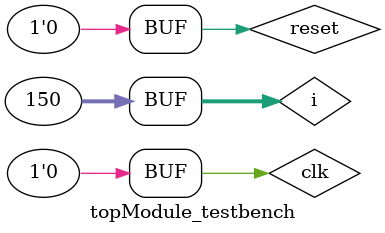
<source format=v>
`timescale 1ns / 1ps


module topModule_testbench;

	// Inputs
	reg clk;
	reg reset;
	
	// loop
	integer i;

	// Outputs
	wire [5:0] PC_out;
	wire [9:0] alu_result_out;

	// Instantiate the Unit Under Test (UUT)
	topModule uut (
		.clk(clk), 
		.reset(reset), 
		.PC_out(PC_out), 
		.alu_result_out(alu_result_out)
	);

	initial begin
		// Initialize Inputs
		clk = 0;
		reset = 0;

		// Wait 100 ns for global reset to finish
		#100;
		$monitor("PC=%d | alu_result=%d",PC_out,alu_result_out);
        
		// Add stimulus here
		for(i=0;i<150;i=i+1)
		begin
			#10; clk = !clk;
			#10; clk = !clk;
			#10; clk = !clk;
			#10; clk = !clk;
			#10; clk = !clk;
			#10; clk = !clk;
			#10; clk = !clk;
			#10; clk = !clk;
			#10; clk = !clk;
			#10; clk = !clk;
			#10; clk = !clk;
			#10; clk = !clk;
			#10; clk = !clk;
			#10; clk = !clk;
			#10; clk = !clk;
			#10; clk = !clk;
		end

	end
      
endmodule


</source>
